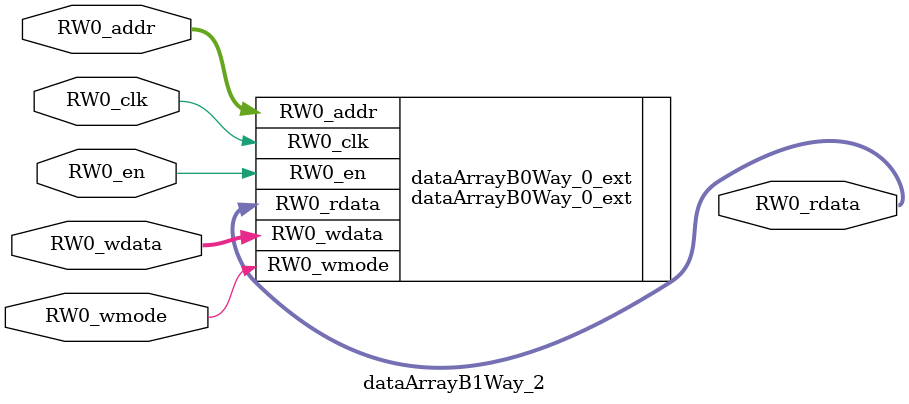
<source format=sv>
`ifndef RANDOMIZE
  `ifdef RANDOMIZE_MEM_INIT
    `define RANDOMIZE
  `endif // RANDOMIZE_MEM_INIT
`endif // not def RANDOMIZE
`ifndef RANDOMIZE
  `ifdef RANDOMIZE_REG_INIT
    `define RANDOMIZE
  `endif // RANDOMIZE_REG_INIT
`endif // not def RANDOMIZE

`ifndef RANDOM
  `define RANDOM $random
`endif // not def RANDOM

// Users can define INIT_RANDOM as general code that gets injected into the
// initializer block for modules with registers.
`ifndef INIT_RANDOM
  `define INIT_RANDOM
`endif // not def INIT_RANDOM

// If using random initialization, you can also define RANDOMIZE_DELAY to
// customize the delay used, otherwise 0.002 is used.
`ifndef RANDOMIZE_DELAY
  `define RANDOMIZE_DELAY 0.002
`endif // not def RANDOMIZE_DELAY

// Define INIT_RANDOM_PROLOG_ for use in our modules below.
`ifndef INIT_RANDOM_PROLOG_
  `ifdef RANDOMIZE
    `ifdef VERILATOR
      `define INIT_RANDOM_PROLOG_ `INIT_RANDOM
    `else  // VERILATOR
      `define INIT_RANDOM_PROLOG_ `INIT_RANDOM #`RANDOMIZE_DELAY begin end
    `endif // VERILATOR
  `else  // RANDOMIZE
    `define INIT_RANDOM_PROLOG_
  `endif // RANDOMIZE
`endif // not def INIT_RANDOM_PROLOG_

// Include register initializers in init blocks unless synthesis is set
`ifndef SYNTHESIS
  `ifndef ENABLE_INITIAL_REG_
    `define ENABLE_INITIAL_REG_
  `endif // not def ENABLE_INITIAL_REG_
`endif // not def SYNTHESIS

// Include rmemory initializers in init blocks unless synthesis is set
`ifndef SYNTHESIS
  `ifndef ENABLE_INITIAL_MEM_
    `define ENABLE_INITIAL_MEM_
  `endif // not def ENABLE_INITIAL_MEM_
`endif // not def SYNTHESIS

// Standard header to adapt well known macros for prints and assertions.

// Users can define 'PRINTF_COND' to add an extra gate to prints.
`ifndef PRINTF_COND_
  `ifdef PRINTF_COND
    `define PRINTF_COND_ (`PRINTF_COND)
  `else  // PRINTF_COND
    `define PRINTF_COND_ 1
  `endif // PRINTF_COND
`endif // not def PRINTF_COND_

// Users can define 'ASSERT_VERBOSE_COND' to add an extra gate to assert error printing.
`ifndef ASSERT_VERBOSE_COND_
  `ifdef ASSERT_VERBOSE_COND
    `define ASSERT_VERBOSE_COND_ (`ASSERT_VERBOSE_COND)
  `else  // ASSERT_VERBOSE_COND
    `define ASSERT_VERBOSE_COND_ 1
  `endif // ASSERT_VERBOSE_COND
`endif // not def ASSERT_VERBOSE_COND_

// Users can define 'STOP_COND' to add an extra gate to stop conditions.
`ifndef STOP_COND_
  `ifdef STOP_COND
    `define STOP_COND_ (`STOP_COND)
  `else  // STOP_COND
    `define STOP_COND_ 1
  `endif // STOP_COND
`endif // not def STOP_COND_

module dataArrayB1Way_2(	// @[generators/rocket-chip/src/main/scala/util/DescribedSRAM.scala:17:26]
  input  [7:0]  RW0_addr,
  input         RW0_en,
                RW0_clk,
                RW0_wmode,
  input  [63:0] RW0_wdata,
  output [63:0] RW0_rdata
);

  dataArrayB0Way_0_ext dataArrayB0Way_0_ext (	// @[generators/rocket-chip/src/main/scala/util/DescribedSRAM.scala:17:26]
    .RW0_addr  (RW0_addr),
    .RW0_en    (RW0_en),
    .RW0_clk   (RW0_clk),
    .RW0_wmode (RW0_wmode),
    .RW0_wdata (RW0_wdata),
    .RW0_rdata (RW0_rdata)
  );
endmodule


</source>
